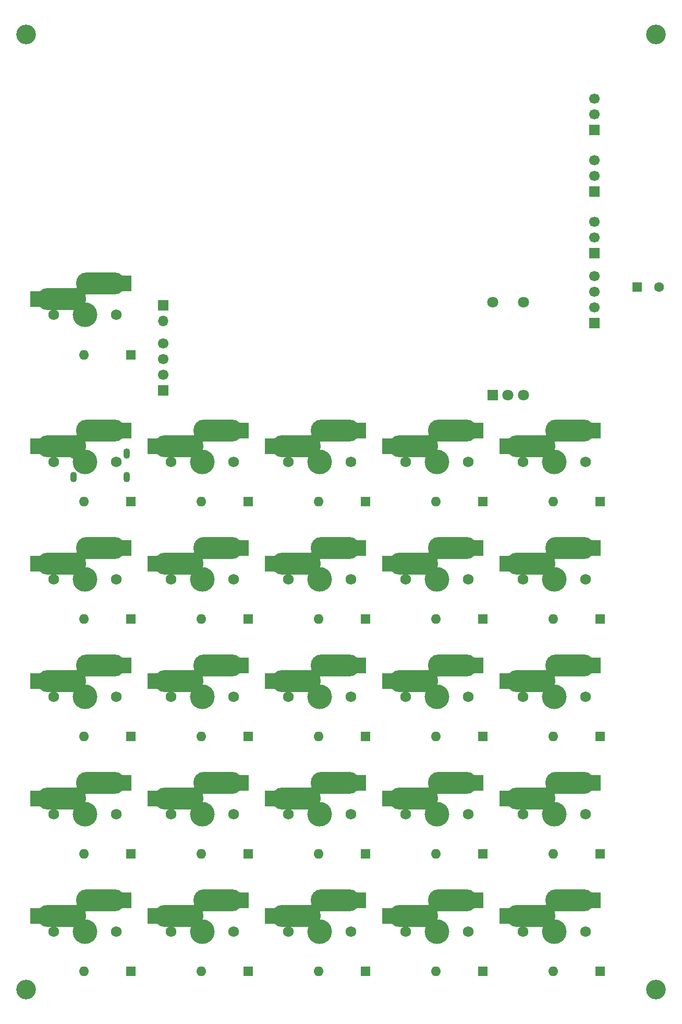
<source format=gbs>
%TF.GenerationSoftware,KiCad,Pcbnew,9.0.7*%
%TF.CreationDate,2026-02-28T06:01:15-05:00*%
%TF.ProjectId,Macropad,4d616372-6f70-4616-942e-6b696361645f,rev?*%
%TF.SameCoordinates,Original*%
%TF.FileFunction,Soldermask,Bot*%
%TF.FilePolarity,Negative*%
%FSLAX46Y46*%
G04 Gerber Fmt 4.6, Leading zero omitted, Abs format (unit mm)*
G04 Created by KiCad (PCBNEW 9.0.7) date 2026-02-28 06:01:15*
%MOMM*%
%LPD*%
G01*
G04 APERTURE LIST*
%ADD10R,2.550000X2.500000*%
%ADD11O,8.000000X3.600000*%
%ADD12C,4.000000*%
%ADD13C,1.750000*%
%ADD14R,1.600000X1.600000*%
%ADD15O,1.600000X1.600000*%
%ADD16R,1.700000X1.700000*%
%ADD17C,1.700000*%
%ADD18O,1.700000X1.700000*%
%ADD19O,1.100000X1.700000*%
%ADD20C,1.600000*%
%ADD21R,1.800000X1.800000*%
%ADD22C,1.800000*%
%ADD23C,3.200000*%
G04 APERTURE END LIST*
D10*
%TO.C,SW1*%
X1965000Y-6985000D03*
X15815000Y-4445000D03*
D11*
X5715000Y-6985000D03*
X12065000Y-4445000D03*
D12*
X9525000Y-9525000D03*
D13*
X4445000Y-9525000D03*
X14605000Y-9525000D03*
%TD*%
D14*
%TO.C,D1*%
X17025000Y-16025000D03*
D15*
X9405000Y-16025000D03*
%TD*%
D10*
%TO.C,SW2*%
X1965000Y-30797000D03*
X15815000Y-28257000D03*
D11*
X5715000Y-30797000D03*
X12065000Y-28257000D03*
D12*
X9525000Y-33337000D03*
D13*
X4445000Y-33337000D03*
X14605000Y-33337000D03*
%TD*%
D14*
%TO.C,D2*%
X17025000Y-39837000D03*
D15*
X9405000Y-39837000D03*
%TD*%
D10*
%TO.C,SW3*%
X21015000Y-30797000D03*
X34865000Y-28257000D03*
D11*
X24765000Y-30797000D03*
X31115000Y-28257000D03*
D12*
X28575000Y-33337000D03*
D13*
X23495000Y-33337000D03*
X33655000Y-33337000D03*
%TD*%
D14*
%TO.C,D3*%
X36075000Y-39837000D03*
D15*
X28455000Y-39837000D03*
%TD*%
D10*
%TO.C,SW4*%
X40065000Y-30797000D03*
X53915000Y-28257000D03*
D11*
X43815000Y-30797000D03*
X50165000Y-28257000D03*
D12*
X47625000Y-33337000D03*
D13*
X42545000Y-33337000D03*
X52705000Y-33337000D03*
%TD*%
D14*
%TO.C,D4*%
X55125000Y-39837000D03*
D15*
X47505000Y-39837000D03*
%TD*%
D10*
%TO.C,SW5*%
X59115000Y-30797000D03*
X72965000Y-28257000D03*
D11*
X62865000Y-30797000D03*
X69215000Y-28257000D03*
D12*
X66675000Y-33337000D03*
D13*
X61595000Y-33337000D03*
X71755000Y-33337000D03*
%TD*%
D14*
%TO.C,D5*%
X74175000Y-39837000D03*
D15*
X66555000Y-39837000D03*
%TD*%
D10*
%TO.C,SW6*%
X78165000Y-30797000D03*
X92015000Y-28257000D03*
D11*
X81915000Y-30797000D03*
X88265000Y-28257000D03*
D12*
X85725000Y-33337000D03*
D13*
X80645000Y-33337000D03*
X90805000Y-33337000D03*
%TD*%
D14*
%TO.C,D6*%
X93225000Y-39837000D03*
D15*
X85605000Y-39837000D03*
%TD*%
D10*
%TO.C,SW7*%
X1965000Y-49848000D03*
X15815000Y-47308000D03*
D11*
X5715000Y-49848000D03*
X12065000Y-47308000D03*
D12*
X9525000Y-52388000D03*
D13*
X4445000Y-52388000D03*
X14605000Y-52388000D03*
%TD*%
D14*
%TO.C,D7*%
X17025000Y-58888000D03*
D15*
X9405000Y-58888000D03*
%TD*%
D10*
%TO.C,SW8*%
X21015000Y-49848000D03*
X34865000Y-47308000D03*
D11*
X24765000Y-49848000D03*
X31115000Y-47308000D03*
D12*
X28575000Y-52388000D03*
D13*
X23495000Y-52388000D03*
X33655000Y-52388000D03*
%TD*%
D14*
%TO.C,D8*%
X36075000Y-58888000D03*
D15*
X28455000Y-58888000D03*
%TD*%
D10*
%TO.C,SW9*%
X40065000Y-49848000D03*
X53915000Y-47308000D03*
D11*
X43815000Y-49848000D03*
X50165000Y-47308000D03*
D12*
X47625000Y-52388000D03*
D13*
X42545000Y-52388000D03*
X52705000Y-52388000D03*
%TD*%
D14*
%TO.C,D9*%
X55125000Y-58888000D03*
D15*
X47505000Y-58888000D03*
%TD*%
D10*
%TO.C,SW10*%
X59115000Y-49848000D03*
X72965000Y-47308000D03*
D11*
X62865000Y-49848000D03*
X69215000Y-47308000D03*
D12*
X66675000Y-52388000D03*
D13*
X61595000Y-52388000D03*
X71755000Y-52388000D03*
%TD*%
D14*
%TO.C,D10*%
X74175000Y-58888000D03*
D15*
X66555000Y-58888000D03*
%TD*%
D10*
%TO.C,SW11*%
X78165000Y-49848000D03*
X92015000Y-47308000D03*
D11*
X81915000Y-49848000D03*
X88265000Y-47308000D03*
D12*
X85725000Y-52388000D03*
D13*
X80645000Y-52388000D03*
X90805000Y-52388000D03*
%TD*%
D14*
%TO.C,D11*%
X93225000Y-58888000D03*
D15*
X85605000Y-58888000D03*
%TD*%
D10*
%TO.C,SW12*%
X1965000Y-68898000D03*
X15815000Y-66358000D03*
D11*
X5715000Y-68898000D03*
X12065000Y-66358000D03*
D12*
X9525000Y-71438000D03*
D13*
X4445000Y-71438000D03*
X14605000Y-71438000D03*
%TD*%
D14*
%TO.C,D12*%
X17025000Y-77938000D03*
D15*
X9405000Y-77938000D03*
%TD*%
D10*
%TO.C,SW13*%
X21015000Y-68898000D03*
X34865000Y-66358000D03*
D11*
X24765000Y-68898000D03*
X31115000Y-66358000D03*
D12*
X28575000Y-71438000D03*
D13*
X23495000Y-71438000D03*
X33655000Y-71438000D03*
%TD*%
D14*
%TO.C,D13*%
X36075000Y-77938000D03*
D15*
X28455000Y-77938000D03*
%TD*%
D10*
%TO.C,SW14*%
X40065000Y-68898000D03*
X53915000Y-66358000D03*
D11*
X43815000Y-68898000D03*
X50165000Y-66358000D03*
D12*
X47625000Y-71438000D03*
D13*
X42545000Y-71438000D03*
X52705000Y-71438000D03*
%TD*%
D14*
%TO.C,D14*%
X55125000Y-77938000D03*
D15*
X47505000Y-77938000D03*
%TD*%
D10*
%TO.C,SW15*%
X59115000Y-68898000D03*
X72965000Y-66358000D03*
D11*
X62865000Y-68898000D03*
X69215000Y-66358000D03*
D12*
X66675000Y-71438000D03*
D13*
X61595000Y-71438000D03*
X71755000Y-71438000D03*
%TD*%
D14*
%TO.C,D15*%
X74175000Y-77938000D03*
D15*
X66555000Y-77938000D03*
%TD*%
D10*
%TO.C,SW16*%
X78165000Y-68898000D03*
X92015000Y-66358000D03*
D11*
X81915000Y-68898000D03*
X88265000Y-66358000D03*
D12*
X85725000Y-71438000D03*
D13*
X80645000Y-71438000D03*
X90805000Y-71438000D03*
%TD*%
D14*
%TO.C,D16*%
X93225000Y-77938000D03*
D15*
X85605000Y-77938000D03*
%TD*%
D10*
%TO.C,SW17*%
X1965000Y-87947000D03*
X15815000Y-85407000D03*
D11*
X5715000Y-87947000D03*
X12065000Y-85407000D03*
D12*
X9525000Y-90487000D03*
D13*
X4445000Y-90487000D03*
X14605000Y-90487000D03*
%TD*%
D14*
%TO.C,D17*%
X17025000Y-96987000D03*
D15*
X9405000Y-96987000D03*
%TD*%
D10*
%TO.C,SW18*%
X21015000Y-87947000D03*
X34865000Y-85407000D03*
D11*
X24765000Y-87947000D03*
X31115000Y-85407000D03*
D12*
X28575000Y-90487000D03*
D13*
X23495000Y-90487000D03*
X33655000Y-90487000D03*
%TD*%
D14*
%TO.C,D18*%
X36075000Y-96987000D03*
D15*
X28455000Y-96987000D03*
%TD*%
D10*
%TO.C,SW19*%
X40065000Y-87947000D03*
X53915000Y-85407000D03*
D11*
X43815000Y-87947000D03*
X50165000Y-85407000D03*
D12*
X47625000Y-90487000D03*
D13*
X42545000Y-90487000D03*
X52705000Y-90487000D03*
%TD*%
D14*
%TO.C,D19*%
X55125000Y-96987000D03*
D15*
X47505000Y-96987000D03*
%TD*%
D10*
%TO.C,SW20*%
X59115000Y-87947000D03*
X72965000Y-85407000D03*
D11*
X62865000Y-87947000D03*
X69215000Y-85407000D03*
D12*
X66675000Y-90487000D03*
D13*
X61595000Y-90487000D03*
X71755000Y-90487000D03*
%TD*%
D14*
%TO.C,D20*%
X74175000Y-96987000D03*
D15*
X66555000Y-96987000D03*
%TD*%
D10*
%TO.C,SW21*%
X78165000Y-87947000D03*
X92015000Y-85407000D03*
D11*
X81915000Y-87947000D03*
X88265000Y-85407000D03*
D12*
X85725000Y-90487000D03*
D13*
X80645000Y-90487000D03*
X90805000Y-90487000D03*
%TD*%
D14*
%TO.C,D21*%
X93225000Y-96987000D03*
D15*
X85605000Y-96987000D03*
%TD*%
D10*
%TO.C,SW22*%
X1965000Y-106998000D03*
X15815000Y-104458000D03*
D11*
X5715000Y-106998000D03*
X12065000Y-104458000D03*
D12*
X9525000Y-109538000D03*
D13*
X4445000Y-109538000D03*
X14605000Y-109538000D03*
%TD*%
D14*
%TO.C,D22*%
X17025000Y-116038000D03*
D15*
X9405000Y-116038000D03*
%TD*%
D10*
%TO.C,SW23*%
X21015000Y-106998000D03*
X34865000Y-104458000D03*
D11*
X24765000Y-106998000D03*
X31115000Y-104458000D03*
D12*
X28575000Y-109538000D03*
D13*
X23495000Y-109538000D03*
X33655000Y-109538000D03*
%TD*%
D14*
%TO.C,D23*%
X36075000Y-116038000D03*
D15*
X28455000Y-116038000D03*
%TD*%
D10*
%TO.C,SW24*%
X40065000Y-106998000D03*
X53915000Y-104458000D03*
D11*
X43815000Y-106998000D03*
X50165000Y-104458000D03*
D12*
X47625000Y-109538000D03*
D13*
X42545000Y-109538000D03*
X52705000Y-109538000D03*
%TD*%
D14*
%TO.C,D24*%
X55125000Y-116038000D03*
D15*
X47505000Y-116038000D03*
%TD*%
D10*
%TO.C,SW25*%
X59115000Y-106998000D03*
X72965000Y-104458000D03*
D11*
X62865000Y-106998000D03*
X69215000Y-104458000D03*
D12*
X66675000Y-109538000D03*
D13*
X61595000Y-109538000D03*
X71755000Y-109538000D03*
%TD*%
D14*
%TO.C,D25*%
X74175000Y-116038000D03*
D15*
X66555000Y-116038000D03*
%TD*%
D10*
%TO.C,SW26*%
X78165000Y-106998000D03*
X92015000Y-104458000D03*
D11*
X81915000Y-106998000D03*
X88265000Y-104458000D03*
D12*
X85725000Y-109538000D03*
D13*
X80645000Y-109538000D03*
X90805000Y-109538000D03*
%TD*%
D14*
%TO.C,D26*%
X93225000Y-116038000D03*
D15*
X85605000Y-116038000D03*
%TD*%
D16*
%TO.C,J201*%
X92250000Y20460000D03*
D17*
X92250000Y23000000D03*
X92250000Y25540000D03*
%TD*%
D16*
%TO.C,J202*%
X92250000Y10460000D03*
D17*
X92250000Y13000000D03*
X92250000Y15540000D03*
%TD*%
D16*
%TO.C,J301*%
X92250000Y460000D03*
D17*
X92250000Y3000000D03*
X92250000Y5540000D03*
%TD*%
D16*
%TO.C,J302*%
X92250000Y-10810000D03*
D17*
X92250000Y-8270000D03*
X92250000Y-5730000D03*
X92250000Y-3190000D03*
%TD*%
D16*
%TO.C,J400*%
X22250000Y-8000000D03*
D18*
X22250000Y-10540000D03*
%TD*%
D16*
%TO.C,J401*%
X22250000Y-21810000D03*
D17*
X22250000Y-19270000D03*
X22250000Y-16730000D03*
X22250000Y-14190000D03*
%TD*%
D19*
%TO.C,J402*%
X7680000Y-32000000D03*
X7680000Y-35800000D03*
X16320000Y-32000000D03*
X16320000Y-35800000D03*
%TD*%
D14*
%TO.C,C401*%
X99250000Y-5000000D03*
D20*
X102750000Y-5000000D03*
%TD*%
D21*
%TO.C,SW401*%
X75750000Y-22500000D03*
D22*
X80750000Y-22500000D03*
X78250000Y-22500000D03*
X75750000Y-7500000D03*
X80750000Y-7500000D03*
%TD*%
D23*
%TO.C,H1*%
X0Y36000000D03*
%TD*%
%TO.C,H2*%
X102250000Y36000000D03*
%TD*%
%TO.C,H3*%
X0Y-119000000D03*
%TD*%
%TO.C,H4*%
X102250000Y-119000000D03*
%TD*%
M02*

</source>
